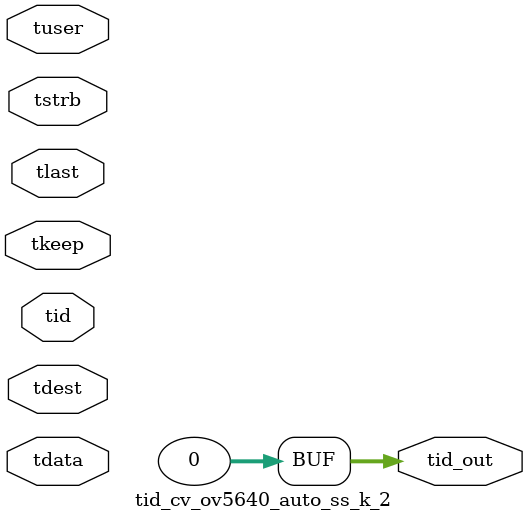
<source format=v>


`timescale 1ps/1ps

module tid_cv_ov5640_auto_ss_k_2 #
(
parameter C_S_AXIS_TID_WIDTH   = 1,
parameter C_S_AXIS_TUSER_WIDTH = 0,
parameter C_S_AXIS_TDATA_WIDTH = 0,
parameter C_S_AXIS_TDEST_WIDTH = 0,
parameter C_M_AXIS_TID_WIDTH   = 32
)
(
input  [(C_S_AXIS_TID_WIDTH   == 0 ? 1 : C_S_AXIS_TID_WIDTH)-1:0       ] tid,
input  [(C_S_AXIS_TDATA_WIDTH == 0 ? 1 : C_S_AXIS_TDATA_WIDTH)-1:0     ] tdata,
input  [(C_S_AXIS_TUSER_WIDTH == 0 ? 1 : C_S_AXIS_TUSER_WIDTH)-1:0     ] tuser,
input  [(C_S_AXIS_TDEST_WIDTH == 0 ? 1 : C_S_AXIS_TDEST_WIDTH)-1:0     ] tdest,
input  [(C_S_AXIS_TDATA_WIDTH/8)-1:0 ] tkeep,
input  [(C_S_AXIS_TDATA_WIDTH/8)-1:0 ] tstrb,
input                                                                    tlast,
output [(C_M_AXIS_TID_WIDTH   == 0 ? 1 : C_M_AXIS_TID_WIDTH)-1:0       ] tid_out
);

assign tid_out = {1'b0};

endmodule


</source>
